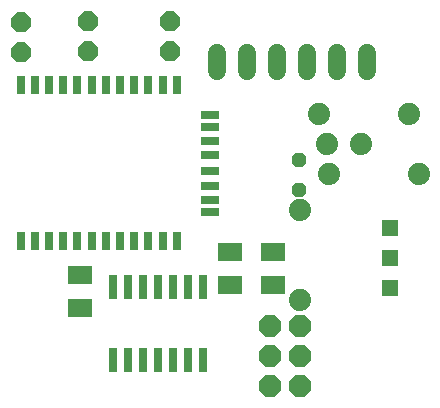
<source format=gts>
G75*
%MOIN*%
%OFA0B0*%
%FSLAX25Y25*%
%IPPOS*%
%LPD*%
%AMOC8*
5,1,8,0,0,1.08239X$1,22.5*
%
%ADD10C,0.07400*%
%ADD11OC8,0.07400*%
%ADD12R,0.02600X0.08000*%
%ADD13OC8,0.06600*%
%ADD14C,0.06000*%
%ADD15OC8,0.04800*%
%ADD16R,0.07874X0.06299*%
%ADD17R,0.03150X0.06299*%
%ADD18R,0.06299X0.03150*%
%ADD19R,0.05315X0.05315*%
D10*
X0136027Y0055225D03*
X0136027Y0085225D03*
X0145694Y0097270D03*
X0144974Y0107011D03*
X0142447Y0117077D03*
X0156374Y0107011D03*
X0172447Y0117077D03*
X0175694Y0097270D03*
D11*
X0136160Y0046391D03*
X0126160Y0046391D03*
X0126160Y0036391D03*
X0126160Y0026391D03*
X0136160Y0026391D03*
X0136160Y0036391D03*
D12*
X0103724Y0035179D03*
X0098724Y0035179D03*
X0093724Y0035179D03*
X0088724Y0035179D03*
X0083724Y0035179D03*
X0078724Y0035179D03*
X0073724Y0035179D03*
X0073724Y0059379D03*
X0078724Y0059379D03*
X0083724Y0059379D03*
X0088724Y0059379D03*
X0093724Y0059379D03*
X0098724Y0059379D03*
X0103724Y0059379D03*
D13*
X0092860Y0138249D03*
X0092860Y0148249D03*
X0065373Y0148201D03*
X0065373Y0138201D03*
X0043164Y0137965D03*
X0043164Y0147965D03*
D14*
X0108530Y0137442D02*
X0108530Y0131442D01*
X0118530Y0131442D02*
X0118530Y0137442D01*
X0128530Y0137442D02*
X0128530Y0131442D01*
X0138530Y0131442D02*
X0138530Y0137442D01*
X0148530Y0137442D02*
X0148530Y0131442D01*
X0158530Y0131442D02*
X0158530Y0137442D01*
D15*
X0135832Y0101902D03*
X0135832Y0091902D03*
D16*
X0062663Y0052315D03*
X0062663Y0063338D03*
X0112638Y0060063D03*
X0112638Y0071087D03*
X0126990Y0071057D03*
X0126990Y0060034D03*
D17*
X0094996Y0074754D03*
X0090272Y0074754D03*
X0085548Y0074754D03*
X0080823Y0074754D03*
X0076099Y0074754D03*
X0071374Y0074754D03*
X0066650Y0074754D03*
X0061926Y0074754D03*
X0057201Y0074754D03*
X0052477Y0074754D03*
X0047752Y0074754D03*
X0043028Y0074754D03*
X0043028Y0126723D03*
X0047752Y0126723D03*
X0052477Y0126723D03*
X0057201Y0126723D03*
X0061926Y0126723D03*
X0066650Y0126723D03*
X0071374Y0126723D03*
X0076099Y0126723D03*
X0080823Y0126723D03*
X0085548Y0126723D03*
X0090272Y0126723D03*
X0094996Y0126723D03*
D18*
X0106020Y0116968D03*
X0106020Y0112943D03*
X0106020Y0108219D03*
X0106020Y0103494D03*
X0106020Y0097983D03*
X0106020Y0093258D03*
X0106020Y0088534D03*
X0106020Y0084509D03*
D19*
X0166076Y0079091D03*
X0166076Y0069091D03*
X0166076Y0059091D03*
M02*

</source>
